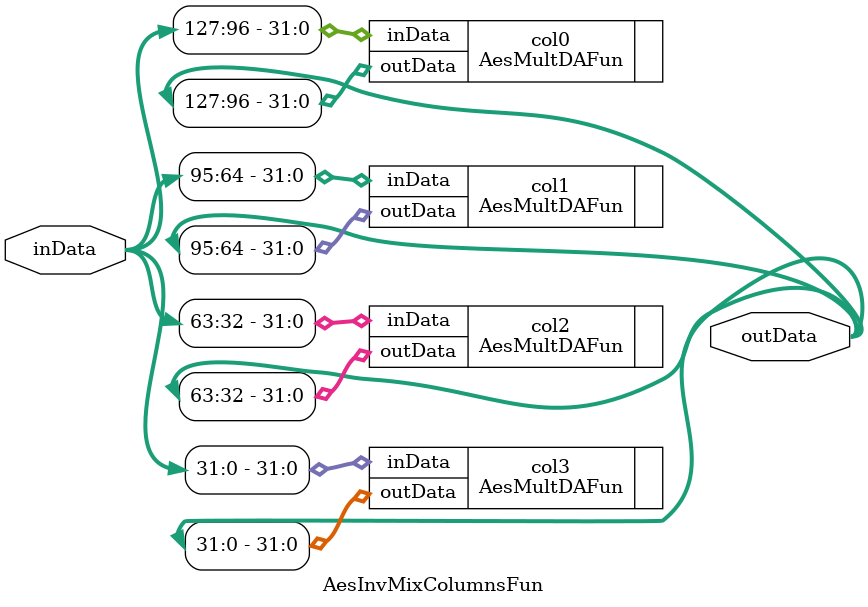
<source format=v>
module AesInvMixColumnsFun (
	input	wire	[127:0]	inData,	
    output	wire	[127:0]	outData 
);
     
AesMultDAFun col0 (.inData(inData[127:096]), .outData(outData[127:096]));
AesMultDAFun col1 (.inData(inData[095:064]), .outData(outData[095:064]));
AesMultDAFun col2 (.inData(inData[063:032]), .outData(outData[063:032]));
AesMultDAFun col3 (.inData(inData[031:000]), .outData(outData[031:000]));
    
endmodule
</source>
